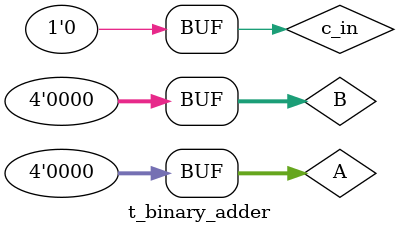
<source format=v>
module t_binary_adder;
  wire [0:3] sum;
  wire c_out;

  reg [0:3] A, B;
  reg c_in;

  binary_adder S1(sum, c_out, A, B, c_in);
  initial begin
    A = 0; B = 2; c_in = 0;
    #20
    A = 2; B = 3; c_in = 0;
    #20
    A = 3; B = 1; c_in = 0;
    #20
    A = 7; B = 4; c_in = 0;
    #20
    A = 4; B = 2; c_in = 1;
    #20
    A = 1; B = 0; c_in = 1;
    #20
    A = 0; B = 3; c_in = 1;
    #20
    A = 0; B = 1; c_in = 1;
    #20
    A = 0; B = 0; c_in = 0;
  end
  initial
  $monitor("| A = %h | B = %h | c_in = %b | sum = %h | c_out = %b | time = %0d |", A, B, c_in, sum, c_out, $time);
endmodule

</source>
